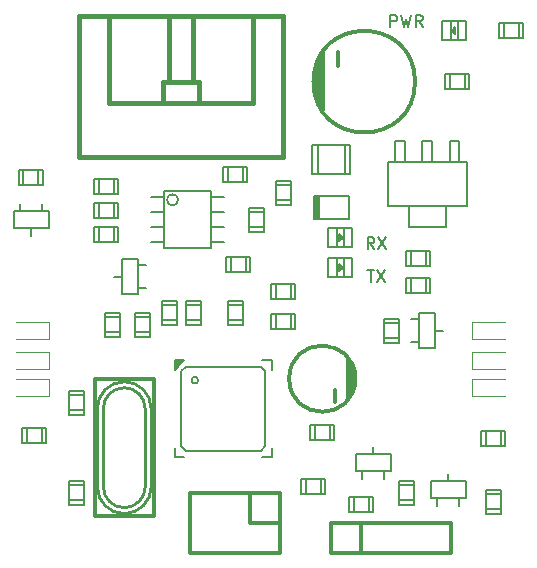
<source format=gbr>
G04 #@! TF.FileFunction,Legend,Top*
%FSLAX46Y46*%
G04 Gerber Fmt 4.6, Leading zero omitted, Abs format (unit mm)*
G04 Created by KiCad (PCBNEW 4.0.7-e2-6376~58~ubuntu14.04.1) date Sun Feb 11 14:12:52 2018*
%MOMM*%
%LPD*%
G01*
G04 APERTURE LIST*
%ADD10C,0.100000*%
%ADD11C,0.127000*%
%ADD12C,0.304800*%
%ADD13C,0.300000*%
%ADD14C,0.381000*%
%ADD15C,0.149860*%
%ADD16C,0.299720*%
%ADD17C,0.254000*%
%ADD18C,0.120000*%
%ADD19C,0.150000*%
G04 APERTURE END LIST*
D10*
D11*
X41529000Y-56769000D02*
X41529000Y-55499000D01*
X42799000Y-56769000D02*
X42799000Y-55524400D01*
X43180000Y-56769000D02*
X41148000Y-56769000D01*
X41148000Y-56769000D02*
X41148000Y-55499000D01*
X41148000Y-55499000D02*
X43180000Y-55499000D01*
X43180000Y-55499000D02*
X43180000Y-56769000D01*
X20701000Y-52959000D02*
X21971000Y-52959000D01*
X20701000Y-54229000D02*
X21945600Y-54229000D01*
X20701000Y-54610000D02*
X20701000Y-52578000D01*
X20701000Y-52578000D02*
X21971000Y-52578000D01*
X21971000Y-52578000D02*
X21971000Y-54610000D01*
X21971000Y-54610000D02*
X20701000Y-54610000D01*
X27559000Y-47625000D02*
X26289000Y-47625000D01*
X27559000Y-46355000D02*
X26314400Y-46355000D01*
X27559000Y-45974000D02*
X27559000Y-48006000D01*
X27559000Y-48006000D02*
X26289000Y-48006000D01*
X26289000Y-48006000D02*
X26289000Y-45974000D01*
X26289000Y-45974000D02*
X27559000Y-45974000D01*
X39497000Y-46101000D02*
X39497000Y-47371000D01*
X38227000Y-46101000D02*
X38227000Y-47345600D01*
X37846000Y-46101000D02*
X39878000Y-46101000D01*
X39878000Y-46101000D02*
X39878000Y-47371000D01*
X39878000Y-47371000D02*
X37846000Y-47371000D01*
X37846000Y-47371000D02*
X37846000Y-46101000D01*
X21971000Y-61849000D02*
X20701000Y-61849000D01*
X21971000Y-60579000D02*
X20726400Y-60579000D01*
X21971000Y-60198000D02*
X21971000Y-62230000D01*
X21971000Y-62230000D02*
X20701000Y-62230000D01*
X20701000Y-62230000D02*
X20701000Y-60198000D01*
X20701000Y-60198000D02*
X21971000Y-60198000D01*
D12*
X42220000Y-28816000D02*
X42220000Y-24016000D01*
X50020000Y-26416000D02*
G75*
G03X50020000Y-26416000I-4300000J0D01*
G01*
X42020000Y-28216000D02*
X42020000Y-24616000D01*
X41820000Y-27816000D02*
X41820000Y-25016000D01*
X41620000Y-27216000D02*
X41620000Y-25516000D01*
D13*
X43520000Y-25116000D02*
X43520000Y-23916000D01*
D11*
X52959000Y-27051000D02*
X52959000Y-25781000D01*
X54229000Y-27051000D02*
X54229000Y-25806400D01*
X54610000Y-27051000D02*
X52578000Y-27051000D01*
X52578000Y-27051000D02*
X52578000Y-25781000D01*
X52578000Y-25781000D02*
X54610000Y-25781000D01*
X54610000Y-25781000D02*
X54610000Y-27051000D01*
X39497000Y-43561000D02*
X39497000Y-44831000D01*
X38227000Y-43561000D02*
X38227000Y-44805600D01*
X37846000Y-43561000D02*
X39878000Y-43561000D01*
X39878000Y-43561000D02*
X39878000Y-44831000D01*
X39878000Y-44831000D02*
X37846000Y-44831000D01*
X37846000Y-44831000D02*
X37846000Y-43561000D01*
D12*
X44764000Y-50762000D02*
X44764000Y-52362000D01*
X44564000Y-50262000D02*
X44564000Y-52862000D01*
X44364000Y-49862000D02*
X44364000Y-53262000D01*
X44964000Y-51562000D02*
G75*
G03X44964000Y-51562000I-2800000J0D01*
G01*
D13*
X43264000Y-52562000D02*
X43264000Y-53562000D01*
D11*
X34163000Y-34925000D02*
X34163000Y-33655000D01*
X35433000Y-34925000D02*
X35433000Y-33680400D01*
X35814000Y-34925000D02*
X33782000Y-34925000D01*
X33782000Y-34925000D02*
X33782000Y-33655000D01*
X33782000Y-33655000D02*
X35814000Y-33655000D01*
X35814000Y-33655000D02*
X35814000Y-34925000D01*
X41526460Y-36083240D02*
X41526460Y-38084760D01*
X41625520Y-38084760D02*
X41625520Y-36083240D01*
X41727120Y-36083240D02*
X41727120Y-38084760D01*
X41826180Y-38084760D02*
X41826180Y-36083240D01*
X41925240Y-38084760D02*
X41925240Y-36083240D01*
X41424860Y-38084760D02*
X44427140Y-38084760D01*
X44427140Y-38084760D02*
X44427140Y-36083240D01*
X44427140Y-36083240D02*
X41424860Y-36083240D01*
X41424860Y-36083240D02*
X41424860Y-38084760D01*
X53139340Y-22098000D02*
X53439060Y-22397720D01*
X53439060Y-22397720D02*
X53439060Y-21798280D01*
X53439060Y-21798280D02*
X53139340Y-22098000D01*
X53240940Y-21998940D02*
X53240940Y-22197060D01*
X53340000Y-22298660D02*
X53340000Y-21897340D01*
X53040280Y-21297900D02*
X53040280Y-22898100D01*
X53639720Y-22898100D02*
X53639720Y-21297900D01*
X54340760Y-22898100D02*
X52339240Y-22898100D01*
X52339240Y-22898100D02*
X52339240Y-21297900D01*
X52339240Y-21297900D02*
X54340760Y-21297900D01*
X54340760Y-21297900D02*
X54340760Y-22898100D01*
X43888660Y-39624000D02*
X43588940Y-39324280D01*
X43588940Y-39324280D02*
X43588940Y-39923720D01*
X43588940Y-39923720D02*
X43888660Y-39624000D01*
X43787060Y-39723060D02*
X43787060Y-39524940D01*
X43688000Y-39423340D02*
X43688000Y-39824660D01*
X43987720Y-40424100D02*
X43987720Y-38823900D01*
X43388280Y-38823900D02*
X43388280Y-40424100D01*
X42687240Y-38823900D02*
X44688760Y-38823900D01*
X44688760Y-38823900D02*
X44688760Y-40424100D01*
X44688760Y-40424100D02*
X42687240Y-40424100D01*
X42687240Y-40424100D02*
X42687240Y-38823900D01*
X43888660Y-42164000D02*
X43588940Y-41864280D01*
X43588940Y-41864280D02*
X43588940Y-42463720D01*
X43588940Y-42463720D02*
X43888660Y-42164000D01*
X43787060Y-42263060D02*
X43787060Y-42064940D01*
X43688000Y-41963340D02*
X43688000Y-42364660D01*
X43987720Y-42964100D02*
X43987720Y-41363900D01*
X43388280Y-41363900D02*
X43388280Y-42964100D01*
X42687240Y-41363900D02*
X44688760Y-41363900D01*
X44688760Y-41363900D02*
X44688760Y-42964100D01*
X44688760Y-42964100D02*
X42687240Y-42964100D01*
X42687240Y-42964100D02*
X42687240Y-41363900D01*
X41325800Y-31775400D02*
X41325800Y-34264600D01*
X44526200Y-34264600D02*
X44526200Y-31775400D01*
X44069000Y-31775400D02*
X44069000Y-34264600D01*
X41783000Y-34264600D02*
X41783000Y-31775400D01*
X41325800Y-34264600D02*
X44526200Y-34264600D01*
X44526200Y-31775400D02*
X41325800Y-31775400D01*
D12*
X38608000Y-66294000D02*
X30988000Y-66294000D01*
X30988000Y-66294000D02*
X30988000Y-61214000D01*
X30988000Y-61214000D02*
X38608000Y-61214000D01*
X38608000Y-63754000D02*
X36068000Y-63754000D01*
X36068000Y-63754000D02*
X36068000Y-61214000D01*
X38608000Y-66294000D02*
X38608000Y-61214000D01*
X45466000Y-63754000D02*
X45466000Y-66294000D01*
X53086000Y-66294000D02*
X42926000Y-66294000D01*
X42926000Y-63754000D02*
X53086000Y-63754000D01*
X42926000Y-66294000D02*
X42926000Y-63754000D01*
X53086000Y-63754000D02*
X53086000Y-66294000D01*
D14*
X21590000Y-20828000D02*
X21590000Y-32766000D01*
X38862000Y-32766000D02*
X38862000Y-20828000D01*
X28702000Y-26416000D02*
X31750000Y-26416000D01*
X29210000Y-26416000D02*
X29210000Y-20828000D01*
X28702000Y-28194000D02*
X28702000Y-26416000D01*
X31750000Y-26416000D02*
X31750000Y-28194000D01*
X31242000Y-20828000D02*
X31242000Y-26416000D01*
X36322000Y-20828000D02*
X36322000Y-28194000D01*
X36322000Y-28194000D02*
X24130000Y-28194000D01*
X24130000Y-28194000D02*
X24130000Y-20828000D01*
X38862000Y-32766000D02*
X21590000Y-32766000D01*
X21590000Y-20828000D02*
X38862000Y-20828000D01*
D11*
X26606500Y-41973500D02*
X27266900Y-41973500D01*
X26606500Y-43878500D02*
X27266900Y-43878500D01*
X25209500Y-42926000D02*
X24549100Y-42926000D01*
X25209500Y-44424600D02*
X25209500Y-41427400D01*
X25209500Y-41427400D02*
X26606500Y-41427400D01*
X26606500Y-41427400D02*
X26606500Y-44424600D01*
X26606500Y-44424600D02*
X25209500Y-44424600D01*
X47434500Y-59372500D02*
X47434500Y-60032900D01*
X45529500Y-59372500D02*
X45529500Y-60032900D01*
X46482000Y-57975500D02*
X46482000Y-57315100D01*
X44983400Y-57975500D02*
X47980600Y-57975500D01*
X47980600Y-57975500D02*
X47980600Y-59372500D01*
X47980600Y-59372500D02*
X44983400Y-59372500D01*
X44983400Y-59372500D02*
X44983400Y-57975500D01*
X53784500Y-61658500D02*
X53784500Y-62318900D01*
X51879500Y-61658500D02*
X51879500Y-62318900D01*
X52832000Y-60261500D02*
X52832000Y-59601100D01*
X51333400Y-60261500D02*
X54330600Y-60261500D01*
X54330600Y-60261500D02*
X54330600Y-61658500D01*
X54330600Y-61658500D02*
X51333400Y-61658500D01*
X51333400Y-61658500D02*
X51333400Y-60261500D01*
X34163000Y-45339000D02*
X35433000Y-45339000D01*
X34163000Y-46609000D02*
X35407600Y-46609000D01*
X34163000Y-46990000D02*
X34163000Y-44958000D01*
X34163000Y-44958000D02*
X35433000Y-44958000D01*
X35433000Y-44958000D02*
X35433000Y-46990000D01*
X35433000Y-46990000D02*
X34163000Y-46990000D01*
X58801000Y-21463000D02*
X58801000Y-22733000D01*
X57531000Y-21463000D02*
X57531000Y-22707600D01*
X57150000Y-21463000D02*
X59182000Y-21463000D01*
X59182000Y-21463000D02*
X59182000Y-22733000D01*
X59182000Y-22733000D02*
X57150000Y-22733000D01*
X57150000Y-22733000D02*
X57150000Y-21463000D01*
X31877000Y-46609000D02*
X30607000Y-46609000D01*
X31877000Y-45339000D02*
X30632400Y-45339000D01*
X31877000Y-44958000D02*
X31877000Y-46990000D01*
X31877000Y-46990000D02*
X30607000Y-46990000D01*
X30607000Y-46990000D02*
X30607000Y-44958000D01*
X30607000Y-44958000D02*
X31877000Y-44958000D01*
X29845000Y-46609000D02*
X28575000Y-46609000D01*
X29845000Y-45339000D02*
X28600400Y-45339000D01*
X29845000Y-44958000D02*
X29845000Y-46990000D01*
X29845000Y-46990000D02*
X28575000Y-46990000D01*
X28575000Y-46990000D02*
X28575000Y-44958000D01*
X28575000Y-44958000D02*
X29845000Y-44958000D01*
X42037000Y-60071000D02*
X42037000Y-61341000D01*
X40767000Y-60071000D02*
X40767000Y-61315600D01*
X40386000Y-60071000D02*
X42418000Y-60071000D01*
X42418000Y-60071000D02*
X42418000Y-61341000D01*
X42418000Y-61341000D02*
X40386000Y-61341000D01*
X40386000Y-61341000D02*
X40386000Y-60071000D01*
X25019000Y-47625000D02*
X23749000Y-47625000D01*
X25019000Y-46355000D02*
X23774400Y-46355000D01*
X25019000Y-45974000D02*
X25019000Y-48006000D01*
X25019000Y-48006000D02*
X23749000Y-48006000D01*
X23749000Y-48006000D02*
X23749000Y-45974000D01*
X23749000Y-45974000D02*
X25019000Y-45974000D01*
X49657000Y-42037000D02*
X49657000Y-40767000D01*
X50927000Y-42037000D02*
X50927000Y-40792400D01*
X51308000Y-42037000D02*
X49276000Y-42037000D01*
X49276000Y-42037000D02*
X49276000Y-40767000D01*
X49276000Y-40767000D02*
X51308000Y-40767000D01*
X51308000Y-40767000D02*
X51308000Y-42037000D01*
X44831000Y-62865000D02*
X44831000Y-61595000D01*
X46101000Y-62865000D02*
X46101000Y-61620400D01*
X46482000Y-62865000D02*
X44450000Y-62865000D01*
X44450000Y-62865000D02*
X44450000Y-61595000D01*
X44450000Y-61595000D02*
X46482000Y-61595000D01*
X46482000Y-61595000D02*
X46482000Y-62865000D01*
X50927000Y-43053000D02*
X50927000Y-44323000D01*
X49657000Y-43053000D02*
X49657000Y-44297600D01*
X49276000Y-43053000D02*
X51308000Y-43053000D01*
X51308000Y-43053000D02*
X51308000Y-44323000D01*
X51308000Y-44323000D02*
X49276000Y-44323000D01*
X49276000Y-44323000D02*
X49276000Y-43053000D01*
X24511000Y-34671000D02*
X24511000Y-35941000D01*
X23241000Y-34671000D02*
X23241000Y-35915600D01*
X22860000Y-34671000D02*
X24892000Y-34671000D01*
X24892000Y-34671000D02*
X24892000Y-35941000D01*
X24892000Y-35941000D02*
X22860000Y-35941000D01*
X22860000Y-35941000D02*
X22860000Y-34671000D01*
X24511000Y-38735000D02*
X24511000Y-40005000D01*
X23241000Y-38735000D02*
X23241000Y-39979600D01*
X22860000Y-38735000D02*
X24892000Y-38735000D01*
X24892000Y-38735000D02*
X24892000Y-40005000D01*
X24892000Y-40005000D02*
X22860000Y-40005000D01*
X22860000Y-40005000D02*
X22860000Y-38735000D01*
X57277000Y-62611000D02*
X56007000Y-62611000D01*
X57277000Y-61341000D02*
X56032400Y-61341000D01*
X57277000Y-60960000D02*
X57277000Y-62992000D01*
X57277000Y-62992000D02*
X56007000Y-62992000D01*
X56007000Y-62992000D02*
X56007000Y-60960000D01*
X56007000Y-60960000D02*
X57277000Y-60960000D01*
X48641000Y-60579000D02*
X49911000Y-60579000D01*
X48641000Y-61849000D02*
X49885600Y-61849000D01*
X48641000Y-62230000D02*
X48641000Y-60198000D01*
X48641000Y-60198000D02*
X49911000Y-60198000D01*
X49911000Y-60198000D02*
X49911000Y-62230000D01*
X49911000Y-62230000D02*
X48641000Y-62230000D01*
X23241000Y-37973000D02*
X23241000Y-36703000D01*
X24511000Y-37973000D02*
X24511000Y-36728400D01*
X24892000Y-37973000D02*
X22860000Y-37973000D01*
X22860000Y-37973000D02*
X22860000Y-36703000D01*
X22860000Y-36703000D02*
X24892000Y-36703000D01*
X24892000Y-36703000D02*
X24892000Y-37973000D01*
X35687000Y-41275000D02*
X35687000Y-42545000D01*
X34417000Y-41275000D02*
X34417000Y-42519600D01*
X34036000Y-41275000D02*
X36068000Y-41275000D01*
X36068000Y-41275000D02*
X36068000Y-42545000D01*
X36068000Y-42545000D02*
X34036000Y-42545000D01*
X34036000Y-42545000D02*
X34036000Y-41275000D01*
X38227000Y-35179000D02*
X39497000Y-35179000D01*
X38227000Y-36449000D02*
X39471600Y-36449000D01*
X38227000Y-36830000D02*
X38227000Y-34798000D01*
X38227000Y-34798000D02*
X39497000Y-34798000D01*
X39497000Y-34798000D02*
X39497000Y-36830000D01*
X39497000Y-36830000D02*
X38227000Y-36830000D01*
X35941000Y-37465000D02*
X37211000Y-37465000D01*
X35941000Y-38735000D02*
X37185600Y-38735000D01*
X35941000Y-39116000D02*
X35941000Y-37084000D01*
X35941000Y-37084000D02*
X37211000Y-37084000D01*
X37211000Y-37084000D02*
X37211000Y-39116000D01*
X37211000Y-39116000D02*
X35941000Y-39116000D01*
D15*
X29682440Y-50203100D02*
X29883100Y-50002440D01*
X30081220Y-50002440D02*
X29682440Y-50401220D01*
X29682440Y-50601880D02*
X30281880Y-50002440D01*
X29682440Y-50802540D02*
X29682440Y-50002440D01*
X29682440Y-50002440D02*
X30482540Y-50002440D01*
X30482540Y-50002440D02*
X29682440Y-50802540D01*
X30482540Y-58201560D02*
X29682440Y-58201560D01*
X29682440Y-58201560D02*
X29682440Y-57401460D01*
X37881560Y-57401460D02*
X37881560Y-58201560D01*
X37881560Y-58201560D02*
X37081460Y-58201560D01*
X37081460Y-50002440D02*
X37881560Y-50002440D01*
X37881560Y-50002440D02*
X37881560Y-50802540D01*
D11*
X31652981Y-51689000D02*
G75*
G03X31652981Y-51689000I-283981J0D01*
G01*
X30607000Y-57658000D02*
X30226000Y-57277000D01*
X30226000Y-57277000D02*
X30226000Y-50927000D01*
X30226000Y-50927000D02*
X30607000Y-50546000D01*
X30607000Y-50546000D02*
X36957000Y-50546000D01*
X36957000Y-50546000D02*
X37338000Y-50927000D01*
X37338000Y-50927000D02*
X37338000Y-57277000D01*
X37338000Y-57277000D02*
X36957000Y-57658000D01*
X36957000Y-57658000D02*
X30607000Y-57658000D01*
X52603400Y-38696900D02*
X49504600Y-38696900D01*
X49504600Y-38696900D02*
X49504600Y-36906200D01*
X52603400Y-38696900D02*
X52603400Y-36906200D01*
X49161700Y-31407100D02*
X48348900Y-31407100D01*
X48348900Y-31407100D02*
X48348900Y-33197800D01*
X49161700Y-31407100D02*
X49161700Y-33197800D01*
X51460400Y-31407100D02*
X51460400Y-33197800D01*
X50647600Y-31407100D02*
X50647600Y-33197800D01*
X51460400Y-31407100D02*
X50647600Y-31407100D01*
X53759100Y-31407100D02*
X52946300Y-31407100D01*
X52946300Y-31407100D02*
X52946300Y-33197800D01*
X53759100Y-31407100D02*
X53759100Y-33197800D01*
X47701200Y-33197800D02*
X54406800Y-33197800D01*
X54406800Y-33197800D02*
X54406800Y-36906200D01*
X54406800Y-36906200D02*
X47701200Y-36906200D01*
X47701200Y-36906200D02*
X47701200Y-33197800D01*
X32715200Y-35687000D02*
X28752800Y-35687000D01*
X28752800Y-35687000D02*
X28752800Y-40513000D01*
X28752800Y-40513000D02*
X32715200Y-40513000D01*
X32715200Y-40513000D02*
X32715200Y-35687000D01*
X32715200Y-36195000D02*
X33807400Y-36195000D01*
X32715200Y-37465000D02*
X33807400Y-37465000D01*
X32715200Y-38735000D02*
X33807400Y-38735000D01*
X33807400Y-40005000D02*
X32715200Y-40005000D01*
X28752800Y-40005000D02*
X27660600Y-40005000D01*
X27660600Y-38735000D02*
X28752800Y-38735000D01*
X27660600Y-37465000D02*
X28752800Y-37465000D01*
X27660600Y-36195000D02*
X28752800Y-36195000D01*
X29961867Y-36423600D02*
G75*
G03X29961867Y-36423600I-472467J0D01*
G01*
D16*
X27899360Y-51605180D02*
X22900640Y-51605180D01*
X22900640Y-51605180D02*
X22900640Y-63202820D01*
X22900640Y-63202820D02*
X27899360Y-63202820D01*
X27899360Y-63202820D02*
X27899360Y-51605180D01*
D17*
X25400000Y-62992000D02*
G75*
G03X27686000Y-60706000I0J2286000D01*
G01*
X23622000Y-54102000D02*
X23622000Y-60706000D01*
X27178000Y-60706000D02*
X27178000Y-54102000D01*
X23622000Y-60706000D02*
G75*
G03X25400000Y-62484000I1778000J0D01*
G01*
X25400000Y-62484000D02*
G75*
G03X27178000Y-60706000I0J1778000D01*
G01*
X25400000Y-52324000D02*
G75*
G03X23622000Y-54102000I0J-1778000D01*
G01*
X27178000Y-54102000D02*
G75*
G03X25400000Y-52324000I-1778000J0D01*
G01*
X23114000Y-60706000D02*
G75*
G03X25400000Y-62992000I2286000J0D01*
G01*
X23114000Y-60706000D02*
X23114000Y-54102000D01*
X27686000Y-54102000D02*
X27686000Y-60706000D01*
X25400000Y-51816000D02*
G75*
G03X23114000Y-54102000I0J-2286000D01*
G01*
X27686000Y-54102000D02*
G75*
G03X25400000Y-51816000I-2286000J0D01*
G01*
D11*
X16573500Y-37401500D02*
X16573500Y-36741100D01*
X18478500Y-37401500D02*
X18478500Y-36741100D01*
X17526000Y-38798500D02*
X17526000Y-39458900D01*
X19024600Y-38798500D02*
X16027400Y-38798500D01*
X16027400Y-38798500D02*
X16027400Y-37401500D01*
X16027400Y-37401500D02*
X19024600Y-37401500D01*
X19024600Y-37401500D02*
X19024600Y-38798500D01*
X50355500Y-48450500D02*
X49695100Y-48450500D01*
X50355500Y-46545500D02*
X49695100Y-46545500D01*
X51752500Y-47498000D02*
X52412900Y-47498000D01*
X51752500Y-45999400D02*
X51752500Y-48996600D01*
X51752500Y-48996600D02*
X50355500Y-48996600D01*
X50355500Y-48996600D02*
X50355500Y-45999400D01*
X50355500Y-45999400D02*
X51752500Y-45999400D01*
X57277000Y-56007000D02*
X57277000Y-57277000D01*
X56007000Y-56007000D02*
X56007000Y-57251600D01*
X55626000Y-56007000D02*
X57658000Y-56007000D01*
X57658000Y-56007000D02*
X57658000Y-57277000D01*
X57658000Y-57277000D02*
X55626000Y-57277000D01*
X55626000Y-57277000D02*
X55626000Y-56007000D01*
X18135000Y-33865000D02*
X18135000Y-35135000D01*
X16865000Y-33865000D02*
X16865000Y-35109600D01*
X16484000Y-33865000D02*
X18516000Y-33865000D01*
X18516000Y-33865000D02*
X18516000Y-35135000D01*
X18516000Y-35135000D02*
X16484000Y-35135000D01*
X16484000Y-35135000D02*
X16484000Y-33865000D01*
X17145000Y-57023000D02*
X17145000Y-55753000D01*
X18415000Y-57023000D02*
X18415000Y-55778400D01*
X18796000Y-57023000D02*
X16764000Y-57023000D01*
X16764000Y-57023000D02*
X16764000Y-55753000D01*
X16764000Y-55753000D02*
X18796000Y-55753000D01*
X18796000Y-55753000D02*
X18796000Y-57023000D01*
X48641000Y-48133000D02*
X47371000Y-48133000D01*
X48641000Y-46863000D02*
X47396400Y-46863000D01*
X48641000Y-46482000D02*
X48641000Y-48514000D01*
X48641000Y-48514000D02*
X47371000Y-48514000D01*
X47371000Y-48514000D02*
X47371000Y-46482000D01*
X47371000Y-46482000D02*
X48641000Y-46482000D01*
D18*
X54842000Y-46798000D02*
X54842000Y-48198000D01*
X54842000Y-48198000D02*
X57642000Y-48198000D01*
X54842000Y-46798000D02*
X57642000Y-46798000D01*
X19072000Y-48198000D02*
X19072000Y-46798000D01*
X19072000Y-46798000D02*
X16272000Y-46798000D01*
X19072000Y-48198000D02*
X16272000Y-48198000D01*
X19072000Y-50738000D02*
X19072000Y-49338000D01*
X19072000Y-49338000D02*
X16272000Y-49338000D01*
X19072000Y-50738000D02*
X16272000Y-50738000D01*
X19072000Y-53024000D02*
X19072000Y-51624000D01*
X19072000Y-51624000D02*
X16272000Y-51624000D01*
X19072000Y-53024000D02*
X16272000Y-53024000D01*
X54842000Y-49338000D02*
X54842000Y-50738000D01*
X54842000Y-50738000D02*
X57642000Y-50738000D01*
X54842000Y-49338000D02*
X57642000Y-49338000D01*
X54842000Y-51624000D02*
X54842000Y-53024000D01*
X54842000Y-53024000D02*
X57642000Y-53024000D01*
X54842000Y-51624000D02*
X57642000Y-51624000D01*
D19*
X47942667Y-21788381D02*
X47942667Y-20788381D01*
X48323620Y-20788381D01*
X48418858Y-20836000D01*
X48466477Y-20883619D01*
X48514096Y-20978857D01*
X48514096Y-21121714D01*
X48466477Y-21216952D01*
X48418858Y-21264571D01*
X48323620Y-21312190D01*
X47942667Y-21312190D01*
X48847429Y-20788381D02*
X49085524Y-21788381D01*
X49276001Y-21074095D01*
X49466477Y-21788381D01*
X49704572Y-20788381D01*
X50656953Y-21788381D02*
X50323619Y-21312190D01*
X50085524Y-21788381D02*
X50085524Y-20788381D01*
X50466477Y-20788381D01*
X50561715Y-20836000D01*
X50609334Y-20883619D01*
X50656953Y-20978857D01*
X50656953Y-21121714D01*
X50609334Y-21216952D01*
X50561715Y-21264571D01*
X50466477Y-21312190D01*
X50085524Y-21312190D01*
X46569334Y-40584381D02*
X46236000Y-40108190D01*
X45997905Y-40584381D02*
X45997905Y-39584381D01*
X46378858Y-39584381D01*
X46474096Y-39632000D01*
X46521715Y-39679619D01*
X46569334Y-39774857D01*
X46569334Y-39917714D01*
X46521715Y-40012952D01*
X46474096Y-40060571D01*
X46378858Y-40108190D01*
X45997905Y-40108190D01*
X46902667Y-39584381D02*
X47569334Y-40584381D01*
X47569334Y-39584381D02*
X46902667Y-40584381D01*
X45974095Y-42378381D02*
X46545524Y-42378381D01*
X46259809Y-43378381D02*
X46259809Y-42378381D01*
X46783619Y-42378381D02*
X47450286Y-43378381D01*
X47450286Y-42378381D02*
X46783619Y-43378381D01*
M02*

</source>
